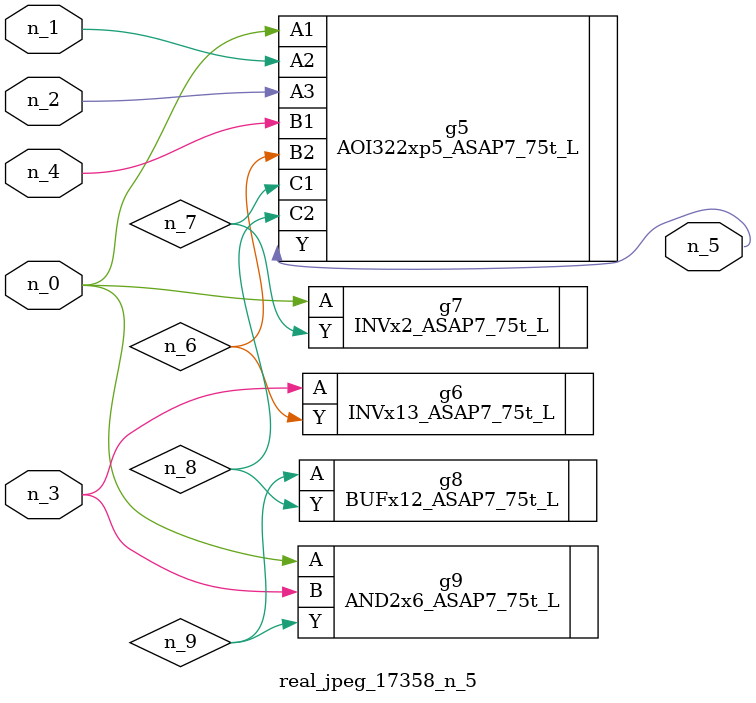
<source format=v>
module real_jpeg_17358_n_5 (n_4, n_0, n_1, n_2, n_3, n_5);

input n_4;
input n_0;
input n_1;
input n_2;
input n_3;

output n_5;

wire n_8;
wire n_6;
wire n_7;
wire n_9;

AOI322xp5_ASAP7_75t_L g5 ( 
.A1(n_0),
.A2(n_1),
.A3(n_2),
.B1(n_4),
.B2(n_6),
.C1(n_7),
.C2(n_8),
.Y(n_5)
);

INVx2_ASAP7_75t_L g7 ( 
.A(n_0),
.Y(n_7)
);

AND2x6_ASAP7_75t_L g9 ( 
.A(n_0),
.B(n_3),
.Y(n_9)
);

INVx13_ASAP7_75t_L g6 ( 
.A(n_3),
.Y(n_6)
);

BUFx12_ASAP7_75t_L g8 ( 
.A(n_9),
.Y(n_8)
);


endmodule
</source>
